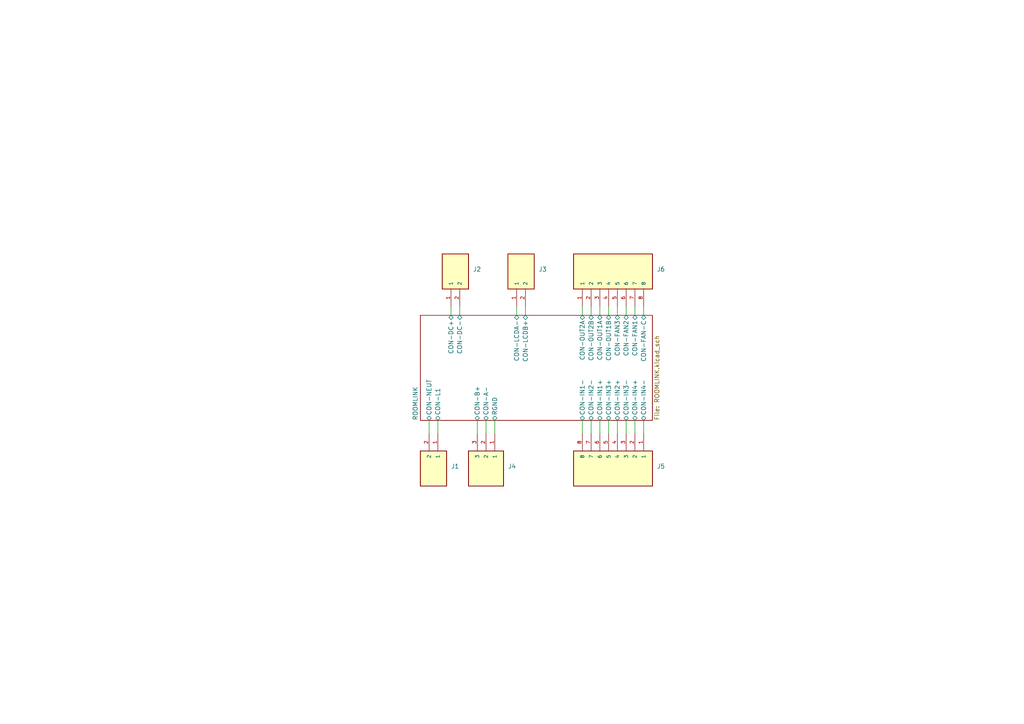
<source format=kicad_sch>
(kicad_sch (version 20230121) (generator eeschema)
  (paper "A4")
  (lib_symbols
    (symbol "TBP04R12-500-02GR:TBP04R12-500-02GR" (pin_names (offset 1.016))
      (property "Reference" "J" (at -5.08 5.08 0))
      (property "Value" "TBP04R12-500-02GR" (at -5.08 -7.62 0))
      (symbol "TBP04R12-500-02GR_0_0"
        (rectangle (start -5.08 -5.08) (end 5.08 2.54) (stroke (width 0.254)) (fill (type background)))
        (pin passive line (at -10.16 0 0) (length 5.08) (name "1") (number "1"))
        (pin passive line (at -10.16 -2.54 0) (length 5.08) (name "2") (number "2"))
      )
    )
    (symbol "TBP04R12-500-03GR:TBP04R12-500-03GR" (pin_names (offset 1.016))
      (property "Reference" "J" (at -5.08 7.62 0))
      (property "Value" "TBP04R12-500-03GR" (at -5.08 -7.62 0))
      (symbol "TBP04R12-500-03GR_0_0"
        (rectangle (start -5.08 -5.08) (end 5.08 5.08) (stroke (width 0.254)) (fill (type background)))
        (pin passive line (at -10.16 2.54 0) (length 5.08) (name "1") (number "1"))
        (pin passive line (at -10.16 0 0) (length 5.08) (name "2") (number "2"))
        (pin passive line (at -10.16 -2.54 0) (length 5.08) (name "3") (number "3"))
      )
    )
    (symbol "TBP04R12-500-08GR:TBP04R12-500-08GR" (pin_names (offset 1.016))
      (property "Reference" "J" (at -5.08 12.7 0))
      (property "Value" "TBP04R12-500-08GR" (at -5.08 -15.24 0))
      (symbol "TBP04R12-500-08GR_0_0"
        (rectangle (start -5.08 -12.7) (end 5.08 10.16) (stroke (width 0.254)) (fill (type background)))
        (pin passive line (at -10.16 7.62 0) (length 5.08) (name "1") (number "1"))
        (pin passive line (at -10.16 5.08 0) (length 5.08) (name "2") (number "2"))
        (pin passive line (at -10.16 2.54 0) (length 5.08) (name "3") (number "3"))
        (pin passive line (at -10.16 0 0) (length 5.08) (name "4") (number "4"))
        (pin passive line (at -10.16 -2.54 0) (length 5.08) (name "5") (number "5"))
        (pin passive line (at -10.16 -5.08 0) (length 5.08) (name "6") (number "6"))
        (pin passive line (at -10.16 -7.62 0) (length 5.08) (name "7") (number "7"))
        (pin passive line (at -10.16 -10.16 0) (length 5.08) (name "8") (number "8"))
      )
    )
  )
  (wire (pts (xy 184.15 88.9) (xy 184.15 91.44)))
  (wire (pts (xy 181.61 88.9) (xy 181.61 91.44)))
  (wire (pts (xy 176.53 88.9) (xy 176.53 91.44)))
  (wire (pts (xy 168.91 121.92) (xy 168.91 125.73)))
  (wire (pts (xy 149.86 88.9) (xy 149.86 91.44)))
  (wire (pts (xy 179.07 88.9) (xy 179.07 91.44)))
  (wire (pts (xy 171.45 121.92) (xy 171.45 125.73)))
  (wire (pts (xy 179.07 121.92) (xy 179.07 125.73)))
  (wire (pts (xy 181.61 121.92) (xy 181.61 125.73)))
  (wire (pts (xy 186.69 121.92) (xy 186.69 125.73)))
  (wire (pts (xy 186.69 88.9) (xy 186.69 91.44)))
  (wire (pts (xy 184.15 121.92) (xy 184.15 125.73)))
  (wire (pts (xy 133.35 88.9) (xy 133.35 91.44)))
  (wire (pts (xy 130.81 88.9) (xy 130.81 91.44)))
  (wire (pts (xy 127 121.92) (xy 127 125.73)))
  (wire (pts (xy 152.4 88.9) (xy 152.4 91.44)))
  (wire (pts (xy 168.91 88.9) (xy 168.91 91.44)))
  (wire (pts (xy 138.43 121.92) (xy 138.43 125.73)))
  (wire (pts (xy 173.99 121.92) (xy 173.99 125.73)))
  (wire (pts (xy 140.97 121.92) (xy 140.97 125.73)))
  (wire (pts (xy 143.51 121.92) (xy 143.51 125.73)))
  (wire (pts (xy 171.45 88.9) (xy 171.45 91.44)))
  (wire (pts (xy 124.46 121.92) (xy 124.46 125.73)))
  (wire (pts (xy 173.99 88.9) (xy 173.99 91.44)))
  (wire (pts (xy 176.53 121.92) (xy 176.53 125.73)))
  (symbol (lib_id "TBP04R12-500-02GR:TBP04R12-500-02GR") (at 130.81 78.74 90) (unit 1)
    (property "Reference" "J2" (at 137.16 78.105 90) (effects (justify right)))
    (property "Value" "TBP04R12-500-02GR" (effects hide))
    (property "Footprint" "TBP04R12-500-02GR:CUI_TBP04R12-500-02GR" (effects hide))
    (property "PARTREV" "1.0" (effects hide))
    (property "STANDARD" "Manufacturer Recommendations" (effects hide))
    (property "MAXIMUM_PACKAGE_HEIGHT" "8.50mm" (effects hide))
    (property "MANUFACTURER" "CUI Devices" (effects hide))
  )
  (symbol (lib_id "TBP04R12-500-08GR:TBP04R12-500-08GR") (at 179.07 135.89 270) (unit 1)
    (property "Reference" "J5" (at 190.5 135.255 90) (effects (justify left)))
    (property "Value" "TBP04R12-500-08GR" (effects hide))
    (property "Footprint" "TBP04R12-500-08GR:CUI_TBP04R12-500-08GR" (effects hide))
    (property "PARTREV" "1.0" (effects hide))
    (property "STANDARD" "Manufacturer Recommendations" (effects hide))
    (property "MAXIMUM_PACKAGE_HEIGHT" "8.50mm" (effects hide))
    (property "MANUFACTURER" "CUI Devices" (effects hide))
  )
  (symbol (lib_id "TBP04R12-500-02GR:TBP04R12-500-02GR") (at 149.86 78.74 90) (unit 1)
    (property "Reference" "J3" (at 156.21 78.105 90) (effects (justify right)))
    (property "Value" "TBP04R12-500-02GR" (effects hide))
    (property "Footprint" "TBP04R12-500-02GR:CUI_TBP04R12-500-02GR" (effects hide))
    (property "PARTREV" "1.0" (effects hide))
    (property "STANDARD" "Manufacturer Recommendations" (effects hide))
    (property "MAXIMUM_PACKAGE_HEIGHT" "8.50mm" (effects hide))
    (property "MANUFACTURER" "CUI Devices" (effects hide))
  )
  (symbol (lib_id "TBP04R12-500-02GR:TBP04R12-500-02GR") (at 127 135.89 270) (unit 1)
    (property "Reference" "J1" (at 130.81 135.255 90) (effects (justify left)))
    (property "Value" "TBP04R12-500-02GR" (effects hide))
    (property "Footprint" "TBP04R12-500-02GR:CUI_TBP04R12-500-02GR" (effects hide))
    (property "PARTREV" "1.0" (effects hide))
    (property "STANDARD" "Manufacturer Recommendations" (effects hide))
    (property "MAXIMUM_PACKAGE_HEIGHT" "8.50mm" (effects hide))
    (property "MANUFACTURER" "CUI Devices" (effects hide))
  )
  (symbol (lib_id "TBP04R12-500-03GR:TBP04R12-500-03GR") (at 140.97 135.89 270) (unit 1)
    (property "Reference" "J4" (at 147.32 135.255 90) (effects (justify left)))
    (property "Value" "TBP04R12-500-03GR" (effects hide))
    (property "Footprint" "TBP04R12-500-03GR:CUI_TBP04R12-500-03GR" (effects hide))
    (property "PARTREV" "1.0" (effects hide))
    (property "STANDARD" "Manufacturer Recommendations" (effects hide))
    (property "MAXIMUM_PACKAGE_HEIGHT" "8.50mm" (effects hide))
    (property "MANUFACTURER" "CUI Devices" (effects hide))
  )
  (symbol (lib_id "TBP04R12-500-08GR:TBP04R12-500-08GR") (at 176.53 78.74 90) (unit 1)
    (property "Reference" "J6" (at 190.5 78.105 90) (effects (justify right)))
    (property "Value" "TBP04R12-500-08GR" (effects hide))
    (property "Footprint" "TBP04R12-500-08GR:CUI_TBP04R12-500-08GR" (effects hide))
    (property "PARTREV" "1.0" (effects hide))
    (property "STANDARD" "Manufacturer Recommendations" (effects hide))
    (property "MAXIMUM_PACKAGE_HEIGHT" "8.50mm" (effects hide))
    (property "MANUFACTURER" "CUI Devices" (effects hide))
  )
  (sheet (at 121.92 91.44) (size 67.31 30.48) (stroke (width 0.1524))
    (property "Sheetname" "ROOMLINK" (at 121.2084 121.92 90) (effects (justify left bottom)))
    (property "Sheetfile" "ROOMLINK.kicad_sch" (at 189.8146 121.92 90) (effects (justify left top)))
    (pin "CON-DC+" bidirectional (at 130.81 91.44 90))
    (pin "CON-DC-" bidirectional (at 133.35 91.44 90))
    (pin "CON-B+" bidirectional (at 138.43 121.92 270))
    (pin "CON-LCDA-" bidirectional (at 149.86 91.44 90))
    (pin "CON-LCDB+" bidirectional (at 152.4 91.44 90))
    (pin "CON-A-" bidirectional (at 140.97 121.92 270))
    (pin "RGND" bidirectional (at 143.51 121.92 270))
    (pin "CON-L1" bidirectional (at 127 121.92 270))
    (pin "CON-NEUT" bidirectional (at 124.46 121.92 270))
    (pin "CON-OUT2A" bidirectional (at 168.91 91.44 90))
    (pin "CON-OUT2B" bidirectional (at 171.45 91.44 90))
    (pin "CON-OUT1A" bidirectional (at 173.99 91.44 90))
    (pin "CON-OUT1B" bidirectional (at 176.53 91.44 90))
    (pin "CON-FAN3" bidirectional (at 179.07 91.44 90))
    (pin "CON-FAN2" bidirectional (at 181.61 91.44 90))
    (pin "CON-FAN1" bidirectional (at 184.15 91.44 90))
    (pin "CON-FAN-C" bidirectional (at 186.69 91.44 90))
    (pin "CON-IN1-" bidirectional (at 168.91 121.92 270))
    (pin "CON-IN2-" bidirectional (at 171.45 121.92 270))
    (pin "CON-IN1+" bidirectional (at 173.99 121.92 270))
    (pin "CON-IN3+" bidirectional (at 176.53 121.92 270))
    (pin "CON-IN2+" bidirectional (at 179.07 121.92 270))
    (pin "CON-IN3-" bidirectional (at 181.61 121.92 270))
    (pin "CON-IN4+" bidirectional (at 184.15 121.92 270))
    (pin "CON-IN4-" bidirectional (at 186.69 121.92 270))
  )
)
</source>
